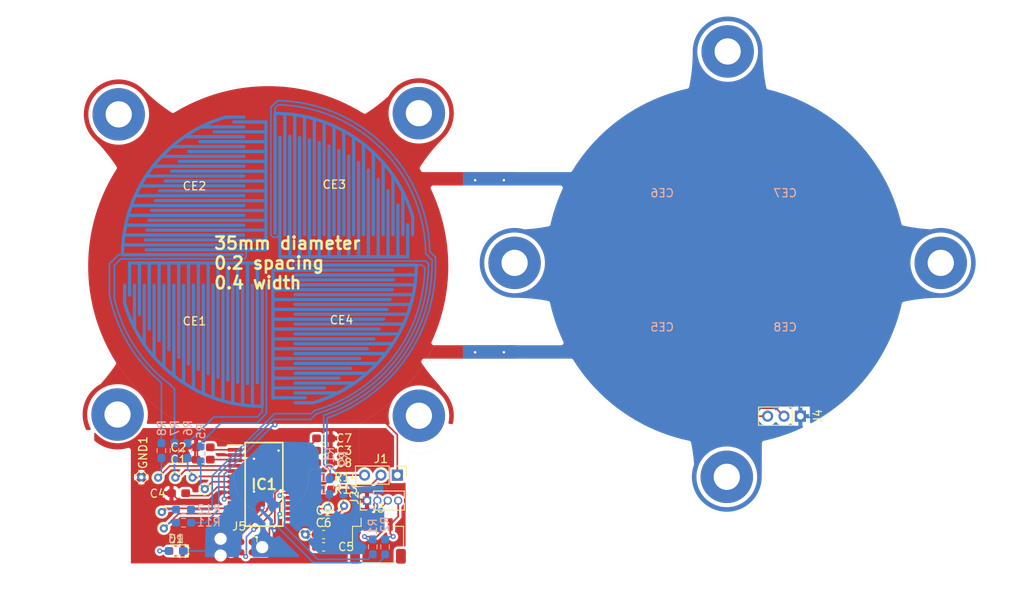
<source format=kicad_pcb>
(kicad_pcb (version 20241229) (generator "pcbnew") (generator_version "9.0")
  (layers (0 "F.Cu" signal) (2 "B.Cu" signal) (13 "F.Paste" user) (15 "B.Paste" user) (5 "F.SilkS" user "F.Silkscreen") (7 "B.SilkS" user "B.Silkscreen") (1 "F.Mask" user) (3 "B.Mask" user) (25 "Edge.Cuts" user))
  (net 0 "")
  (net 1 "Net-(IC1-VCCD)")
  (net 2 "GND")
  (net 3 "VDD")
  (net 4 "Net-(IC1-P5.2)")
  (net 5 "Net-(IC1-P5.3)")
  (net 6 "Net-(IC1-P5.0)")
  (net 7 "Net-(CE1-Pad2)")
  (net 8 "Net-(CE1-Pad1)")
  (net 9 "Net-(CE2-Pad2)")
  (net 10 "Net-(CE2-Pad1)")
  (net 15 "Net-(CE3-Pad1)")
  (net 16 "Net-(CE3-Pad2)")
  (net 17 "Net-(CE4-Pad1)")
  (net 18 "Net-(CE4-Pad2)")
  (net 19 "CAP3B")
  (net 20 "CAP2A")
  (net 21 "Net-(J1-Pin_3)")
  (net 22 "Net-(IC1-P0.1)")
  (net 27 "CAP0B")
  (net 28 "/RESET")
  (net 29 "Net-(IC1-P3.7)")
  (net 30 "CAP0A")
  (net 31 "CAP4A")
  (net 32 "Net-(IC1-P0.0)")
  (net 33 "CAP1A")
  (net 34 "CAP2B")
  (net 35 "CAP4B")
  (net 36 "Net-(IC1-P3.6)")
  (net 37 "CAP1B")
  (net 38 "CAP3A")
  (net 39 "SCL")
  (net 40 "SDA")
  (net 41 "SHIELD")
  (net 42 "Net-(J1-Pin_2)")
  (net 45 "Net-(D1-A)")
  (footprint "ECE382N:04W_02S_COIL_BACK" (layer "F.Cu") (at 186.462915 50.091 180)
    (property "Reference" "CE2")
    (property "Value" "C")
  )
  (footprint "MountingHole:MountingHole_3.2mm_M3_Pad" (layer "F.Cu") (at 216.813046 51.087283)
    (property "Reference" "H8" (hide yes))
    (property "Value" "~")
  )
  (footprint "ECE382N:04W_02S_COIL_BACK" (layer "F.Cu") (at 187.567915 50.341 90)
    (property "Reference" "CE3")
    (property "Value" "C")
  )
  (footprint "Capacitor_SMD:C_0603_1608Metric_Pad1.08x0.95mm_HandSolder" (layer "F.Cu") (at 175.8 79.2 180)
    (property "Reference" "C4")
    (property "Value" "0.1uF")
  )
  (footprint "TestPoint:TestPoint_THTPad_D1.0mm_Drill0.5mm" (layer "F.Cu") (at 177.5 77.3)
    (property "Reference" "TP2" (hide yes))
    (property "Value" "TestPoint")
  )
  (footprint "MountingHole:MountingHole_3.2mm_M3_Pad" (layer "F.Cu") (at 242.822646 25.280883)
    (property "Reference" "H5" (hide yes))
    (property "Value" "~")
  )
  (footprint "LED_SMD:LED_0603_1608Metric" (layer "F.Cu") (at 175.5 86.25 180)
    (property "Reference" "D1")
    (property "Value" "LED")
  )
  (footprint "Resistor_SMD:R_0603_1608Metric_Pad0.98x0.95mm_HandSolder" (layer "F.Cu") (at 193.5 77.25)
    (property "Reference" "R14")
    (property "Value" "560")
  )
  (footprint "Connector_PinHeader_1.27mm:PinHeader_1x04_P1.27mm_Vertical" (layer "F.Cu") (at 198.795 80.1 90)
    (property "Reference" "J2")
    (property "Value" "Conn_01x04")
  )
  (footprint "Capacitor_SMD:C_0603_1608Metric_Pad1.08x0.95mm_HandSolder" (layer "F.Cu") (at 178.8 75.1 180)
    (property "Reference" "C1")
    (property "Value" "0.1uF")
  )
  (footprint "ECE382N:04W_02S_COIL_FRONT" (layer "F.Cu") (at 242.23072 49.976 180)
    (property "Reference" "CE6")
    (property "Value" "C")
  )
  (footprint "Connector_PinHeader_2.00mm:PinHeader_1x03_P2.00mm_Vertical" (layer "F.Cu") (at 251.7 69.8 -90)
    (property "Reference" "J4")
    (property "Value" "Conn_01x03")
  )
  (footprint "TestPoint:TestPoint_THTPad_D1.0mm_Drill0.5mm" (layer "F.Cu") (at 175.4 77.3 180)
    (property "Reference" "TP3" (hide yes))
    (property "Value" "TestPoint")
  )
  (footprint "ECE382N:04W_02S_COIL_FRONT" (layer "F.Cu") (at 243.33572 50.226 90)
    (property "Reference" "CE7")
    (property "Value" "C")
  )
  (footprint "Capacitor_SMD:C_0603_1608Metric_Pad1.08x0.95mm_HandSolder" (layer "F.Cu") (at 193.5 74)
    (property "Reference" "C3")
    (property "Value" "2.2n")
  )
  (footprint "TestPoint:TestPoint_THTPad_D1.0mm_Drill0.5mm" (layer "F.Cu") (at 173.75 81.5 180)
    (property "Reference" "TP8" (hide yes))
    (property "Value" "TestPoint")
  )
  (footprint "MountingHole:MountingHole_3.2mm_M3_Pad" (layer "F.Cu") (at 168.491566 32.958434)
    (property "Reference" "H1" (hide yes))
    (property "Value" "~")
  )
  (footprint "Connector_PinHeader_2.00mm:PinHeader_1x03_P2.00mm_Vertical" (layer "F.Cu") (at 202.5 77 -90)
    (property "Reference" "J1")
    (property "Value" "Conn_01x03")
  )
  (footprint "Connector_JST:JST_SH_SM04B-SRSS-TB_1x04-1MP_P1.00mm_Horizontal" (layer "F.Cu") (at 200.137801 85.026409)
    (property "Reference" "J3")
    (property "Value" "Conn_01x04")
  )
  (footprint "MountingHole:MountingHole_3.2mm_M3_Pad" (layer "F.Cu") (at 268.832246 51.087283)
    (property "Reference" "H6" (hide yes))
    (property "Value" "~")
  )
  (footprint "ECE382N:SOP65P780X200-28N" (layer "F.Cu") (at 186.223505 78.125)
    (property "Reference" "IC1")
    (property "Value" "CY8C4145PVI-PS431" (hide yes))
  )
  (footprint "TestPoint:TestPoint_THTPad_D1.0mm_Drill0.5mm" (layer "F.Cu") (at 173.3 77.3 180)
    (property "Reference" "TP4" (hide yes))
    (property "Value" "TestPoint")
  )
  (footprint "MountingHole:MountingHole_3.2mm_M3_Pad" (layer "F.Cu") (at 205.131046 69.749583)
    (property "Reference" "H4" (hide yes))
    (property "Value" "~")
  )
  (footprint "ECE382N:04W_02S_COIL_BACK" (layer "F.Cu") (at 186.012915 51.102 -90)
    (property "Reference" "CE1")
    (property "Value" "C")
  )
  (footprint "TestPoint:TestPoint_THTPad_D1.0mm_Drill0.5mm" (layer "F.Cu") (at 196 80.75 90)
    (property "Reference" "TP5" (hide yes))
    (property "Value" "TestPoint")
  )
  (footprint "TestPoint:TestPoint_THTPad_D1.0mm_Drill0.5mm" (layer "F.Cu") (at 194 81)
    (property "Reference" "TP6" (hide yes))
    (property "Value" "TestPoint")
  )
  (footprint "ECE382N:04W_02S_COIL_BACK" (layer "F.Cu") (at 187.317915 51.362)
    (property "Reference" "CE4")
    (property "Value" "C")
  )
  (footprint "Capacitor_SMD:C_0603_1608Metric_Pad1.08x0.95mm_HandSolder" (layer "F.Cu") (at 193.5 75.5)
    (property "Reference" "C8")
    (property "Value" "470n")
  )
  (footprint "TestPoint:TestPoint_THTPad_D1.0mm_Drill0.5mm" (layer "F.Cu") (at 174 83.5 180)
    (property "Reference" "TP7" (hide yes))
    (property "Value" "TestPoint")
  )
  (footprint "ECE382N:04W_02S_COIL_FRONT" (layer "F.Cu") (at 243.08572 51.247)
    (property "Reference" "CE8")
    (property "Value" "C")
  )
  (footprint "Connector:Tag-Connect_TC2030-IDC-NL_2x03_P1.27mm_Vertical" (layer "F.Cu") (at 183.46 85.785 180)
    (property "Reference" "J5")
    (property "Value" "Conn_ARM_SWD_TagConnect_TC2030-NL")
  )
  (footprint "TestPoint:TestPoint_THTPad_D1.0mm_Drill0.5mm" (layer "F.Cu") (at 191.25 84.25 180)
    (property "Reference" "VDDD1" (hide yes))
    (property "Value" "TestPoint")
  )
  (footprint "ECE382N:04W_02S_COIL_FRONT" (layer "F.Cu") (at 241.78072 50.987 -90)
    (property "Reference" "CE5")
    (property "Value" "C")
  )
  (footprint "Capacitor_SMD:C_0603_1608Metric_Pad1.08x0.95mm_HandSolder" (layer "F.Cu") (at 193.5 85.75)
    (property "Reference" "C5")
    (property "Value" "470n")
  )
  (footprint "MountingHole:MountingHole_3.2mm_M3_Pad" (layer "F.Cu") (at 168.347876 69.597883)
    (property "Reference" "H3" (hide yes))
    (property "Value" "~")
  )
  (footprint "MountingHole:MountingHole_3.2mm_M3_Pad" (layer "F.Cu") (at 242.715396 77.204133)
    (property "Reference" "H7" (hide yes))
    (property "Value" "~")
  )
  (footprint "TestPoint:TestPoint_THTPad_D1.0mm_Drill0.5mm" (layer "F.Cu") (at 171.25 77.25 -90)
    (property "Reference" "GND1")
    (property "Value" "TestPoint")
  )
  (footprint "Resistor_SMD:R_0603_1608Metric_Pad0.98x0.95mm_HandSolder" (layer "F.Cu") (at 193.5 78.75)
    (property "Reference" "R13")
    (property "Value" "560")
  )
  (footprint "Capacitor_SMD:C_0603_1608Metric_Pad1.08x0.95mm_HandSolder" (layer "F.Cu") (at 193.5 82.75)
    (property "Reference" "C9")
    (property "Value" "0.1uF")
  )
  (footprint "Capacitor_SMD:C_0603_1608Metric_Pad1.08x0.95mm_HandSolder" (layer "F.Cu") (at 178.8 73.6 180)
    (property "Reference" "C2")
    (property "Value" "0.1uF")
  )
  (footprint "Capacitor_SMD:C_0603_1608Metric_Pad1.08x0.95mm_HandSolder" (layer "F.Cu") (at 193.5 72.5)
    (property "Reference" "C7")
    (property "Value" "470n")
  )
  (footprint "Capacitor_SMD:C_0603_1608Metric_Pad1.08x0.95mm_HandSolder" (layer "F.Cu") (at 193.5 84.25)
    (property "Reference" "C6")
    (property "Value" "470n")
  )
  (footprint "MountingHole:MountingHole_3.2mm_M3_Pad" (layer "F.Cu") (at 205.131006 32.814753)
    (property "Reference" "H2" (hide yes))
    (property "Value" "~")
  )
  (footprint "TestPoint:TestPoint_THTPad_D1.0mm_Drill0.5mm" (layer "F.Cu") (at 179 78.7)
    (property "Reference" "TP1" (hide yes))
    (property "Value" "TestPoint")
  )
  (footprint "Resistor_SMD:R_0603_1608Metric_Pad0.98x0.95mm_HandSolder" (layer "B.Cu") (at 176.4 82.8)
    (property "Reference" "R11")
    (property "Value" "560")
  )
  (footprint "Resistor_SMD:R_0603_1608Metric_Pad0.98x0.95mm_HandSolder" (layer "B.Cu") (at 178.5 74.4 90)
    (property "Reference" "R5")
    (property "Value" "560")
  )
  (footprint "Resistor_SMD:R_0603_1608Metric_Pad0.98x0.95mm_HandSolder" (layer "B.Cu") (at 173.7 74 90)
    (property "Reference" "R8")
    (property "Value" "560")
  )
  (footprint "Resistor_SMD:R_0603_1608Metric_Pad0.98x0.95mm_HandSolder" (layer "B.Cu") (at 176.4 81.2)
    (property "Reference" "R12")
    (property "Value" "560")
  )
  (footprint "Resistor_SMD:R_0603_1608Metric_Pad0.98x0.95mm_HandSolder" (layer "B.Cu") (at 176.9 74 90)
    (property "Reference" "R6")
    (property "Value" "560")
  )
  (footprint "Resistor_SMD:R_0603_1608Metric_Pad0.98x0.95mm_HandSolder" (layer "B.Cu") (at 175.5 86.25 180)
    (property "Reference" "R3")
    (property "Value" "560")
  )
  (footprint "Resistor_SMD:R_0603_1608Metric_Pad0.98x0.95mm_HandSolder" (layer "B.Cu") (at 199.5 85.75 90)
    (property "Reference" "R1")
    (property "Value" "560")
  )
  (footprint "Resistor_SMD:R_0603_1608Metric_Pad0.98x0.95mm_HandSolder" (layer "B.Cu") (at 194.2 78.4 90)
    (property "Reference" "R10")
    (property "Value" "560")
  )
  (footprint "Resistor_SMD:R_0603_1608Metric_Pad0.98x0.95mm_HandSolder" (layer "B.Cu") (at 175.3 74 90)
    (property "Reference" "R7")
    (property "Value" "560")
  )
  (footprint "Resistor_SMD:R_0603_1608Metric_Pad0.98x0.95mm_HandSolder" (layer "B.Cu") (at 201 85.75 90)
    (property "Reference" "R2")
    (property "Value" "560")
  )
  (footprint "Resistor_SMD:R_0603_1608Metric_Pad0.98x0.95mm_HandSolder" (layer "B.Cu") (at 195.9 78.4 90)
    (property "Reference" "R9")
    (property "Value" "560")
  )
  (gr_arc (start 241.43 69.567256) (mid 229.891768 65.372352) (end 223.483635 54.900301) (stroke (width 0.2)) (layer "F.Cu") (net 21))
  (gr_arc (start 223.770734 49.484577) (mid 227.983107 38.058235) (end 238.4 31.75) (stroke (width 0.2)) (layer "F.Cu") (net 21))
  (gr_arc (start 243.699965 31.736812) (mid 256.40309 37.032601) (end 261.9 49.65) (stroke (width 0.2)) (layer "F.Cu") (net 21))
  (gr_arc (start 174.773714 65.943) (mid 170.440753 61.277946) (end 167.952995 55.4172) (stroke (width 0.2)) (layer "B.Cu") (net 10))
  (gr_arc (start 205.863053 51.7) (mid 201.993987 62.640438) (end 192.367051 69.120018) (stroke (width 0.2)) (layer "B.Cu") (net 18))
  (gr_arc (start 207.166597 51.155728) (mid 203.591214 62.679511) (end 194 70) (stroke (width 0.2)) (layer "B.Cu") (net 15))
  (gr_arc (start 187.882195 31.286187) (mid 200.876977 36.761217) (end 206.469101 49.70604) (stroke (width 0.2)) (layer "B.Cu") (net 15))
  (gr_arc (start 187.963946 31.797564) (mid 200.635265 37.240356) (end 205.964164 49.96) (stroke (width 0.2)) (layer "B.Cu") (net 16))
  (gr_arc (start 173.3 65.35) (mid 169.504185 60.693143) (end 167.376338 55.074707) (stroke (width 0.2)) (layer "B.Cu") (net 9))
  (gr_arc (start 206.299177 51.353274) (mid 202.486677 62.707486) (end 192.620041 69.497405) (stroke (width 0.2)) (layer "B.Cu") (net 17))
  (gr_arc (start 206.735478 51.155121) (mid 203.151587 62.548483) (end 193.569796 69.678858) (stroke (width 0.2)) (layer "B.Cu") (net 16))
  (gr_arc (start 208.766824 56.123035) (mid 204.854234 64.641913) (end 197.784146 70.797682) (stroke (width 0.008)) (layer "F.SilkS"))
  (gr_arc (start 182.464917 73.10369) (mid 174.257781 69.560132) (end 168.103842 63.076083) (stroke (width 0.008)) (layer "F.SilkS"))
  (gr_line (start 197.784146 70.797682) (end 197.784146 76.284083) (stroke (width 0.008)) (layer "F.SilkS"))
  (gr_line (start 197.784146 76.284083) (end 191.814195 76.284083) (stroke (width 0.008)) (layer "F.SilkS"))
  (gr_line (start 191.676799 77.182719) (end 191.814195 76.284083) (stroke (width 0.008)) (layer "F.SilkS"))
  (gr_arc (start 191.676799 77.182719) (mid 186.3339 81.703965) (end 182.815522 75.653404) (stroke (width 0.008)) (layer "F.SilkS"))
  (gr_arc (start 182.464917 73.10369) (mid 182.678102 74.373338) (end 182.815522 75.653404) (stroke (width 0.008)) (layer "F.SilkS"))
  (gr_arc (start 216.813046 55.653635) (mid 212.2889 50.467868) (end 218.040426 46.688975) (stroke (width 0.008)) (layer "Edge.Cuts"))
  (gr_line (start 206.966778 60.840883) (end 222.487259 60.840883) (stroke (width 0.008)) (layer "Edge.Cuts"))
  (gr_arc (start 165.262667 36.187333) (mid 166.696577 37.771834) (end 167.965653 39.49119) (stroke (width 0.008)) (layer "Edge.Cuts"))
  (gr_arc (start 222.487259 60.840883) (mid 221.529753 58.483548) (end 220.847236 56.032423) (stroke (width 0.008)) (layer "Edge.Cuts"))
  (gr_line (start 203.808246 88.069683) (end 203.808246 74.120137) (stroke (width 0.008)) (layer "Edge.Cuts"))
  (gr_arc (start 175.107991 32.487779) (mid 173.343807 31.195145) (end 171.720464 29.729536) (stroke (width 0.008)) (layer "Edge.Cuts"))
  (gr_arc (start 238.256294 25.280883) (mid 242.822646 20.714531) (end 247.388998 25.280883) (stroke (width 0.008)) (layer "Edge.Cuts"))
  (gr_line (start 208.344731 66.505547) (end 207.806458 65.772968) (stroke (width 0.008)) (layer "Edge.Cuts"))
  (gr_arc (start 247.281699 77.182719) (mid 241.9388 81.703965) (end 238.420422 75.653404) (stroke (width 0.008)) (layer "Edge.Cuts"))
  (gr_arc (start 267.604866 46.688975) (mid 273.356392 50.467868) (end 268.832246 55.653635) (stroke (width 0.008)) (layer "Edge.Cuts"))
  (gr_arc (start 223.583609 39.708083) (mid 229.665648 33.160005) (end 237.831414 29.528363) (stroke (width 0.008)) (layer "Edge.Cuts"))
  (gr_arc (start 220.895547 46.331918) (mid 219.473982 46.558391) (end 218.040426 46.688975) (stroke (width 0.008)) (layer "Edge.Cuts"))
  (gr_arc (start 264.371724 56.123035) (mid 266.58967 55.771307) (end 268.832246 55.653635) (stroke (width 0.008)) (layer "Edge.Cuts"))
  (gr_arc (start 216.813046 55.653635) (mid 218.839013 55.748539) (end 220.847236 56.032423) (stroke (width 0.008)) (layer "Edge.Cuts"))
  (gr_arc (start 205.537759 39.52963) (mid 205.594166 39.618724) (end 205.65015 39.708083) (stroke (width 0.008)) (layer "Edge.Cuts"))
  (gr_arc (start 267.604866 46.688975) (mid 265.955471 46.530284) (end 264.323254 46.244706) (stroke (width 0.008)) (layer "Edge.Cuts"))
  (gr_arc (start 175.107991 32.487779) (mid 186.826148 29.211232) (end 198.518452 32.57887) (stroke (width 0.008)) (layer "Edge.Cuts"))
  (gr_line (start 247.3 73.100001) (end 247.281698 77.182719) (stroke (width 0.008)) (layer "Edge.Cuts"))
  (gr_line (start 169.670646 73.968446) (end 169.670646 88.069683) (stroke (width 0.008)) (layer "Edge.Cuts"))
  (gr_arc (start 238.256294 25.280883) (mid 238.149809 27.415222) (end 237.831414 29.528363) (stroke (width 0.008)) (layer "Edge.Cuts"))
  (gr_arc (start 201.153049 30.572566) (mid 207.892066 29.177708) (end 208.359909 36.043649) (stroke (width 0.008)) (layer "Edge.Cuts"))
  (gr_arc (start 247.833969 29.626599) (mid 247.500531 27.465102) (end 247.388998 25.280883) (stroke (width 0.008)) (layer "Edge.Cuts"))
  (gr_arc (start 207.806458 65.772968) (mid 206.71664 64.502747) (end 205.729285 63.151349) (stroke (width 0.008)) (layer "Edge.Cuts"))
  (gr_line (start 223.708742 63.076083) (end 205.775282 63.076083) (stroke (width 0.008)) (layer "Edge.Cuts"))
  (gr_arc (start 201.153049 30.572566) (mid 199.874538 31.626653) (end 198.518452 32.57887) (stroke (width 0.008)) (layer "Edge.Cuts"))
  (gr_arc (start 205.775282 63.076083) (mid 205.752322 63.113739) (end 205.729285 63.151349) (stroke (width 0.008)) (layer "Edge.Cuts"))
  (gr_arc (start 205.537759 39.52963) (mid 206.857374 37.712596) (end 208.359909 36.043649) (stroke (width 0.008)) (layer "Edge.Cuts"))
  (gr_line (start 205.65015 39.708083) (end 223.583609 39.708083) (stroke (width 0.008)) (layer "Edge.Cuts"))
  (gr_arc (start 264.371724 56.123035) (mid 258.32079 67.110315) (end 247.3 73.1) (stroke (width 0.008)) (layer "Edge.Cuts"))
  (gr_arc (start 238.069817 73.10369) (mid 229.862681 69.560132) (end 223.708742 63.076083) (stroke (width 0.008)) (layer "Edge.Cuts"))
  (gr_arc (start 208.344731 66.505547) (mid 209.053974 72.086716) (end 203.808246 74.120137) (stroke (width 0.008)) (layer "Edge.Cuts"))
  (gr_arc (start 238.069817 73.10369) (mid 238.283002 74.373338) (end 238.420422 75.653404) (stroke (width 0.008)) (layer "Edge.Cuts"))
  (gr_line (start 222.392107 41.943283) (end 206.871633 41.943283) (stroke (width 0.008)) (layer "Edge.Cuts"))
  (gr_arc (start 206.871633 41.943283) (mid 209.021783 51.381497) (end 206.966778 60.840883) (stroke (width 0.008)) (layer "Edge.Cuts"))
  (gr_arc (start 220.895547 46.331918) (mid 221.529363 44.098566) (end 222.392107 41.943283) (stroke (width 0.008)) (layer "Edge.Cuts"))
  (gr_arc (start 169.670646 73.968446) (mid 164.148379 71.391131) (end 166.105697 65.619918) (stroke (width 0.008)) (layer "Edge.Cuts"))
  (gr_line (start 169.670646 88.069683) (end 203.808246 88.069683) (stroke (width 0.008)) (layer "Edge.Cuts"))
  (gr_arc (start 165.262667 36.187333) (mid 165.262667 29.729535) (end 171.720464 29.729536) (stroke (width 0.008)) (layer "Edge.Cuts"))
  (gr_arc (start 167.872095 63.348564) (mid 164.456998 51.406301) (end 167.965653 39.49119) (stroke (width 0.008)) (layer "Edge.Cuts"))
  (gr_arc (start 167.872095 63.348564) (mid 167.027037 64.513902) (end 166.105697 65.619918) (stroke (width 0.008)) (layer "Edge.Cuts"))
  (gr_arc (start 247.833969 29.626599) (mid 258.436826 35.595719) (end 264.323254 46.244706) (stroke (width 0.008)) (layer "Edge.Cuts"))
  (gr_text "35mm diameter\n0.2 spacing\n0.4 width" (at 179.98 54.4 0) (layer "F.SilkS") (effects (font (size 1.5 1.5) (thickness 0.3) (bold yes)) (justify left bottom)))
  (segment (start 180.1 73.9) (end 182.685505 73.9) (width 0.2) (layer "F.Cu") (net 1))
  (segment (start 182.685505 79.1) (end 180.432786 79.1) (width 0.2) (layer "F.Cu") (net 2))
  (segment (start 198.795 82.86921) (end 198.637801 83.026409) (width 0.2) (layer "F.Cu") (net 2))
  (segment (start 198.795 80.1) (end 198.795 82.86921) (width 0.2) (layer "F.Cu") (net 2))
  (segment (start 201.524 78.274) (end 201.524 74.524) (width 0.2) (layer "F.Cu") (net 2))
  (segment (start 180.432786 79.1) (end 179.556786 79.976) (width 0.2) (layer "F.Cu") (net 2))
  (segment (start 179.556786 79.976) (end 175.713499 79.976) (width 0.2) (layer "F.Cu") (net 2))
  (segment (start 175.713499 79.976) (end 174.937499 79.2) (width 0.2) (layer "F.Cu") (net 2))
  (segment (start 203.407246 79.157246) (end 203.407246 81.5) (width 0.2) (layer "F.Cu") (net 2))
  (segment (start 185 74) (end 186 74) (width 0.2) (layer "F.Cu") (net 2))
  (segment (start 182.685505 74.55) (end 184.45 74.55) (width 0.2) (layer "F.Cu") (net 2))
  (segment (start 184.45 74.55) (end 185 74) (width 0.2) (layer "F.Cu") (net 2))
  (via (at 186 81) (size 0.6) (drill 0.3) (layers "F.Cu" "B.Cu") (net 2))
  (via (at 187.484285 83.765715) (size 0.6) (drill 0.3) (layers "F.Cu" "B.Cu") (net 2))
  (segment (start 187.109285 83.390715) (end 187.109285 82.509285) (width 0.4) (layer "B.Cu") (net 2))
  (segment (start 187.109285 82.509285) (end 186 81.4) (width 0.4) (layer "B.Cu") (net 2))
  (segment (start 186 81.4) (end 186 81) (width 0.4) (layer "B.Cu") (net 2))
  (segment (start 187.484285 83.765715) (end 187.109285 83.390715) (width 0.4) (layer "B.Cu") (net 2))
  (segment (start 192.2375 82.35) (end 192.6375 82.75) (width 0.2) (layer "F.Cu") (net 3))
  (segment (start 182.685505 75.2) (end 184.8 75.2) (width 0.2) (layer "F.Cu") (net 3))
  (segment (start 182.585505 75.1) (end 182.685505 75.2) (width 0.2) (layer "F.Cu") (net 3))
  (segment (start 179.464686 79.501) (end 180.515686 78.45) (width 0.2) (layer "F.Cu") (net 3))
  (segment (start 179.6625 75.1) (end 181 75.1) (width 0.2) (layer "F.Cu") (net 3))
  (segment (start 176.963501 79.501) (end 179.464686 79.501) (width 0.2) (layer "F.Cu") (net 3))
  (segment (start 181 75.1) (end 182.585505 75.1) (width 0.2) (layer "F.Cu") (net 3))
  (segment (start 184.45 78.45) (end 185 79) (width 0.2) (layer "F.Cu") (net 3))
  (segment (start 180.515686 78.45) (end 182.685505 78.45) (width 0.2) (layer "F.Cu") (net 3))
  (segment (start 189.761505 82.35) (end 192.2375 82.35) (width 0.2) (layer "F.Cu") (net 3))
  (segment (start 189.761505 73.9) (end 188.1 73.9) (width 0.2) (layer "F.Cu") (net 3))
  (segment (start 200.065 80.1) (end 199.637801 80.527199) (width 0.2) (layer "F.Cu") (net 3))
  (segment (start 188.1 73.9) (end 188 74) (width 0.2) (layer "F.Cu") (net 3))
  (segment (start 185.340317 84.586748) (end 184.777065 85.15) (width 0.2) (layer "F.Cu") (net 3))
  (segment (start 199.637801 83.026409) (end 199.637801 81.5) (width 0.2) (layer "F.Cu") (net 3))
  (segment (start 176.662501 79.2) (end 176.963501 79.501) (width 0.2) (layer "F.Cu") (net 3))
  (segment (start 184.777065 85.15) (end 184.73 85.15) (width 0.2) (layer "F.Cu") (net 3))
  (segment (start 191.25 84.25) (end 192.637499 84.25) (width 0.2) (layer "F.Cu") (net 3))
  (segment (start 182.685505 78.45) (end 184.45 78.45) (width 0.2) (layer "F.Cu") (net 3))
  (segment (start 184.8 75.2) (end 185 75) (width 0.2) (layer "F.Cu") (net 3))
  (segment (start 199.637801 80.527199) (end 199.637801 81.5) (width 0.2) (layer "F.Cu") (net 3))
  (segment (start 192.637499 85.75) (end 192.6375 82.75) (width 0.2) (layer "F.Cu") (net 3))
  (via (at 185 75) (size 0.6) (drill 0.3) (layers "F.Cu" "B.Cu") (net 3))
  (via (at 199.637801 81.5) (size 0.6) (drill 0.3) (layers "F.Cu" "B.Cu") (net 3))
  (via (at 185.340317 84.586748) (size 0.6) (drill 0.3) (layers "F.Cu" "B.Cu") (net 3))
  (via (at 185 79) (size 0.6) (drill 0.3) (layers "F.Cu" "B.Cu") (net 3))
  (via (at 188 74) (size 0.6) (drill 0.3) (layers "F.Cu" "B.Cu") (net 3))
  (segment (start 200.065 80.1) (end 200.065 80.935) (width 0.2) (layer "B.Cu") (net 3))
  (segment (start 200 81) (end 199.5 81.5) (width 0.2) (layer "B.Cu") (net 3))
  (segment (start 200.065 80.935) (end 200 81) (width 0.2) (layer "B.Cu") (net 3))
  (segment (start 200.065 80.1) (end 200.065 78.565) (width 0.2) (layer "B.Cu") (net 3))
  (segment (start 176.4125 86.25) (end 179.25 86.25) (width 0.2) (layer "B.Cu") (net 3))
  (segment (start 192.2 73.737499) (end 190.737499 75.2) (width 0.2) (layer "F.Cu") (net 4))
  (segment (start 190.737499 75.2) (end 189.761505 75.2) (width 0.2) (layer "F.Cu") (net 4))
  (segment (start 189.761505 74.55) (end 189.812505 74.601) (width 0.2) (layer "F.Cu") (net 5))
  (segment (start 190.649 74.601) (end 192.637499 72.612501) (width 0.2) (layer "F.Cu") (net 5))
  (segment (start 192.637499 72.612501) (end 192.637499 72.5) (width 0.2) (layer "F.Cu") (net 5))
  (segment (start 189.812505 74.601) (end 190.649 74.601) (width 0.2) (layer "F.Cu") (net 5))
  (segment (start 191.987499 75.85) (end 189.761505 75.85) (width 0.2) (layer "F.Cu") (net 6))
  (segment (start 192.4 75.437499) (end 191.987499 75.85) (width 0.2) (layer "F.Cu") (net 6))
  (segment (start 180.0875 69.9) (end 176.9 73.0875) (width 0.2) (layer "B.Cu") (net 7))
  (segment (start 186.012915 61.402) (end 186.012915 68.687085) (width 0.2) (layer "B.Cu") (net 7))
  (segment (start 186.012915 61.202) (end 186.012915 69.287085) (width 0.2) (layer "B.Cu") (net 7))
  (segment (start 186.012915 69.287085) (end 185.4 69.9) (width 0.2) (layer "B.Cu") (net 7))
  (segment (start 185.4 69.9) (end 180.0875 69.9) (width 0.2) (layer "B.Cu") (net 7))
  (segment (start 185.412915 53.83213) (end 185.412915 58.497) (width 0.2) (layer "B.Cu") (net 8))
  (segment (start 185.35 70.65) (end 186.513915 69.486085) (width 0.2) (layer "B.Cu") (net 8))
  (segment (start 186.281785 53.501) (end 185.744045 53.501) (width 0.2) (layer "B.Cu") (net 8))
  (segment (start 186.513915 53.73313) (end 186.281785 53.501) (width 0.2) (layer "B.Cu") (net 8))
  (segment (start 186.513915 69.486085) (end 186.513915 53.73313) (width 0.2) (layer "B.Cu") (net 8))
  (segment (start 178.525 73.075) (end 180.95 70.65) (width 0.2) (layer "B.Cu") (net 8))
  (segment (start 185.744045 53.501) (end 185.412915 53.83213) (width 0.2) (layer "B.Cu") (net 8))
  (segment (start 178.5 73.075) (end 178.525 73.075) (width 0.2) (layer "B.Cu") (net 8))
  (segment (start 180.95 70.65) (end 185.35 70.65) (width 0.2) (layer "B.Cu") (net 8))
  (segment (start 167.35 51.203915) (end 167.35 55.048369) (width 0.2) (layer "B.Cu") (net 9))
  (segment (start 170.65 50.1) (end 169.717815 50.1) (width 0.2) (layer "B.Cu") (net 9))
  (segment (start 171.012057 50.091) (end 170.679857 50.091) (width 0.2) (layer "B.Cu") (net 9))
  (segment (start 173.3 65.35) (end 173.7 65.75) (width 0.2) (layer "B.Cu") (net 9))
  (segment (start 168.462915 50.091) (end 167.35 51.203915) (width 0.2) (layer "B.Cu") (net 9))
  (segment (start 169.717815 50.1) (end 169.385615 50.1) (width 0.2) (layer "B.Cu") (net 9))
  (segment (start 167.35 55.048369) (end 167.376338 55.074707) (width 0.2) (layer "B.Cu") (net 9))
  (segment (start 170.407157 50.091) (end 176.662915 50.091) (width 0.2) (layer "B.Cu") (net 9))
  (segment (start 176.362915 50.091) (end 168.462915 50.091) (width 0.2) (layer "B.Cu") (net 9))
  (segment (start 173.7 65.75) (end 173.7 73.0875) (width 0.2) (layer "B.Cu") (net 9))
  (segment (start 183.823785 50.6) (end 184.063915 50.35987) (width 0.2) (layer "B.Cu") (net 10))
  (segment (start 167.952995 51.39482) (end 167.952995 55.4172) (width 0.2) (layer "B.Cu") (net 10))
  (segment (start 168.747815 50.6) (end 183.823785 50.6) (width 0.2) (layer "B.Cu") (net 10))
  (segment (start 167.952995 51.39482) (end 168.747815 50.6) (width 0.2) (layer "B.Cu") (net 10))
  (segment (start 184.063915 50.35987) (end 184.063915 49.82213) (width 0.2) (layer "B.Cu") (net 10))
  (segment (start 175.3 66.469286) (end 175.3 73.0875) (width 0.2) (layer "B.Cu") (net 10))
  (segment (start 174.773714 65.943) (end 175.3 66.469286) (width 0.2) (layer "B.Cu") (net 10))
  (segment (start 184.063915 49.82213) (end 183.732785 49.491) (width 0.2) (layer "B.Cu") (net 10))
  (segment (start 183.732785 49.491) (end 179.067915 49.491) (width 0.2) (layer "B.Cu") (net 10))
  (segment (start 188.167915 47.61087) (end 188.167915 42.946) (width 0.2) (layer "B.Cu") (net 15))
  (segment (start 195.9 77.4875) (end 193.9125 75.5) (width 0.2) (layer "B.Cu") (net 15))
  (segment (start 206.469101 49.70604) (end 207.166597 50.403536) (width 0.2) (layer "B.Cu") (net 15))
  (segment (start 187.066915 32.101467) (end 187.066915 47.70987) (width 0.2) (layer "B.Cu") (net 15))
  (segment (start 207.166597 50.403536) (end 207.166597 51.155728) (width 0.2) (layer "B.Cu") (net 15))
  (segment (start 187.836785 47.942) (end 188.167915 47.61087) (width 0.2) (layer "B.Cu") (net 15))
  (segment (start 187.882195 31.286187) (end 187.066915 32.101467) (width 0.2) (layer "B.Cu") (net 15))
  (segment (start 193.9125 70.0875) (end 194 70) (width 0.2) (layer "B.Cu") (net 15))
  (segment (start 187.299045 47.942) (end 187.836785 47.942) (width 0.2) (layer "B.Cu") (net 15))
  (segment (start 187.066915 47.70987) (end 187.299045 47.942) (width 0.2) (layer "B.Cu") (net 15))
  (segment (start 193.9125 75.5) (end 193.9125 70.0875) (width 0.2) (layer "B.Cu") (net 15))
  (segment (start 193.5115 75.6661) (end 194.3 76.4546) (width 0.2) (layer "B.Cu") (net 16))
  (segment (start 193.5115 69.737154) (end 193.5115 70.9885) (width 0.2) (layer "B.Cu") (net 16))
  (segment (start 193.5115 71) (end 193.5115 75.6661) (width 0.2) (layer "B.Cu") (net 16))
  (segment (start 193.5115 70.9885) (end 193.5 71) (width 0.2) (layer "B.Cu") (net 16))
  (segment (start 205.964164 49.96) (end 206.735478 50.731314) (width 0.2) (layer "B.Cu") (net 16))
  (segment (start 187.963946 31.797564) (end 187.954759 31.797564) (width 0.2) (layer "B.Cu") (net 16))
  (segment (start 193.569796 69.678858) (end 193.5115 69.737154) (width 0.2) (layer "B.Cu") (net 16))
  (segment (start 194.3 76.4546) (end 194.3 77.3875) (width 0.2) (layer "B.Cu") (net 16))
  (segment (start 187.567915 32.193595) (end 187.963946 31.797564) (width 0.2) (layer "B.Cu") (net 16))
  (segment (start 187.567915 40.241) (end 187.567915 32.193595) (width 0.2) (layer "B.Cu") (net 16))
  (segment (start 206.735478 50.731314) (end 206.735478 51.155121) (width 0.2) (layer "B.Cu") (net 16))
  (segment (start 194.3 77.3875) (end 194.2 77.4875) (width 0.2) (layer "B.Cu") (net 16))
  (segment (start 193.5 71) (end 193.5115 71) (width 0.2) (layer "B.Cu") (net 16))
  (segment (start 179.1 82.8) (end 177.3125 82.8) (width 0.2) (layer "B.Cu") (net 17))
  (segment (start 189.949045 50.861) (end 205.986916 50.861) (width 0.2) (layer "B.Cu") (net 17))
  (segment (start 190.048045 51.962) (end 189.716915 51.63087) (width 0.2) (layer "B.Cu") (net 17))
  (segment (start 205.986916 50.861) (end 206.299177 51.173261) (width 0.2) (layer "B.Cu") (net 17))
  (segment (start 206.299177 51.173261) (end 206.299177 51.353274) (width 0.2) (layer "B.Cu") (net 17))
  (segment (start 187.374754 70.192346) (end 180.7 76.8671) (width 0.2) (layer "B.Cu") (net 17))
  (segment (start 192.620041 69.497405) (end 191.9251 70.192346) (width 0.2) (layer "B.Cu") (net 17))
  (segment (start 180.7 76.8671) (end 180.7 81.2) (width 0.2) (layer "B.Cu") (net 17))
  (segment (start 189.716915 51.09313) (end 189.949045 50.861) (width 0.2) (layer "B.Cu") (net 17))
  (segment (start 180.7 81.2) (end 179.1 82.8) (width 0.2) (layer "B.Cu") (net 17))
  (segment (start 189.716915 51.63087) (end 189.716915 51.09313) (width 0.2) (layer "B.Cu") (net 17))
  (segment (start 191.9251 70.192346) (end 187.374754 70.192346) (width 0.2) (layer "B.Cu") (net 17))
  (segment (start 194.712915 51.962) (end 190.048045 51.962) (width 0.2) (layer "B.Cu") (net 17))
  (segment (start 179.9 81.2) (end 177.3125 81.2) (width 0.2) (layer "B.Cu") (net 18))
  (segment (start 197.417915 51.362) (end 205.525053 51.362) (width 0.2) (layer "B.Cu") (net 18))
  (segment (start 191.992115 69.492115) (end 187.507885 69.492115) (width 0.2) (layer "B.Cu") (net 18))
  (segment (start 187.507885 69.492115) (end 179.9 77.1) (width 0.2) (layer "B.Cu") (net 18))
  (segment (start 179.9 77.1) (end 179.9 81.2) (width 0.2) (layer "B.Cu") (net 18))
  (segment (start 192.366431 69.117799) (end 191.992115 69.492115) (width 0.2) (layer "B.Cu") (net 18))
  (segment (start 205.525053 51.362) (end 205.863053 51.7) (width 0.2) (layer "B.Cu") (net 18))
  (segment (start 189.761505 81.05) (end 189.812505 81.101) (width 0.2) (layer "F.Cu") (net 19))
  (segment (start 193.899 81.101) (end 194 81) (width 0.2) (layer "F.Cu") (net 19))
  (segment (start 189.761505 81.174) (end 189.761505 81.05) (width 0.2) (layer "F.Cu") (net 19))
  (segment (start 189.812505 81.101) (end 193.899 81.101) (width 0.2) (layer "F.Cu") (net 19))
  (segment (start 194.2 80.8) (end 194 81) (width 0.2) (layer "B.Cu") (net 19))
  (segment (start 194.2 79.3125) (end 194.2 80.8) (width 0.2) (layer "B.Cu") (net 19))
  (segment (start 176.624 76.376) (end 175.6 77.4) (width 0.2) (layer "F.Cu") (net 20))
  (segment (start 182.685505 76.5) (end 182.561505 76.376) (width 0.2) (layer "F.Cu") (net 20))
  (segment (start 182.561505 76.376) (end 176.624 76.376) (width 0.2) (layer "F.Cu") (net 20))
  (segment (start 175.3 77.1) (end 175.6 77.4) (width 0.2) (layer "B.Cu") (net 20))
  (segment (start 175.3 74.9125) (end 175.3 77.1) (width 0.2) (layer "B.Cu") (net 20))
  (segment (start 223.770734 49.484577) (end 223.770734 50.4) (width 0.2) (layer "F.Cu") (net 21))
  (segment (start 194.9125 77) (end 194.4125 77.5) (width 0.2) (layer "F.Cu") (net 21))
  (segment (start 223.5 50.670734) (end 223.5 54.88503) (width 0.2) (layer "F.Cu") (net 21))
  (segment (start 241.422744 69.567256) (end 241.78072 69.20928) (width 0.2) (layer "F.Cu") (net 21))
  (segment (start 241.78072 69.042) (end 242.53872 69.8) (width 0.2) (layer "F.Cu") (net 21))
  (segment (start 261.9 49.65) (end 260.303 51.247) (width 0.2) (layer "F.Cu") (net 21))
  (segment (start 223.770734 50.4) (end 223.5 50.670734) (width 0.2) (layer "F.Cu") (net 21))
  (segment (start 243.33572 40.126) (end 243.33572 32.101057) (width 0.2) (layer "F.Cu") (net 21))
  (segment (start 243.35546 31.75) (end 243.684018 31.75) (width 0.2) (layer "F.Cu") (net 21))
  (segment (start 198.5 77) (end 194.9125 77) (width 0.2) (layer "F.Cu") (net 21))
  (segment (start 260.303 51.247) (end 253.38572 51.247) (width 0.2) (layer "F.Cu") (net 21))
  (segment (start 241.78072 61.287) (end 241.78072 69.042) (width 0.2) (layer "F.Cu") (net 21))
  (segment (start 242.53872 69.8) (end 247.7 69.8) (width 0.2) (layer "F.Cu") (net 21))
  (segment (start 232.13072 49.976) (end 231.714 49.976) (width 0.2) (layer "F.Cu") (net 21))
  (segment (start 223.770734 50.4) (end 224.194734 49.976) (width 0.2) (layer "F.Cu") (net 21))
  (segment (start 243.33572 32.101057) (end 243.699965 31.736812) (width 0.2) (layer "F.Cu") (net 21))
  (segment (start 241.78072 69.20928) (end 241.78072 69.042) (width 0.2) (layer "F.Cu") (net 21))
  (segment (start 243.35546 31.75) (end 238.4 31.75) (width 0.2) (layer "F.Cu") (net 21))
  (segment (start 224.194734 49.976) (end 232.13072 49.976) (width 0.2) (layer "F.Cu") (net 21))
  (segment (start 187.151 78.849) (end 188.2 77.8) (width 0.2) (layer "F.Cu") (net 22))
  (segment (start 188.2 77.8) (end 189.761505 77.8) (width 0.2) (layer "F.Cu") (net 22))
  (segment (start 184.975 83.625) (end 185.13 83.47) (width 0.2) (layer "F.Cu") (net 22))
  (segment (start 185.13 83.47) (end 185.33 83.47) (width 0.2) (layer "F.Cu") (net 22))
  (segment (start 187.151 81.649) (end 187.151 78.849) (width 0.2) (layer "F.Cu") (net 22))
  (segment (start 185.33 83.47) (end 187.151 81.649) (width 0.2) (layer "F.Cu") (net 22))
  (segment (start 183.993552 86.926308) (end 183.737244 86.67) (width 0.2) (layer "F.Cu") (net 22))
  (via (at 183.993552 86.926308) (size 0.6) (drill 0.3) (layers "F.Cu" "B.Cu") (net 22))
  (via (at 184.975 83.625) (size 0.6) (drill 0.3) (layers "F.Cu" "B.Cu") (net 22))
  (segment (start 184.975 83.625) (end 184.07737 84.52263) (width 0.2) (layer "B.Cu") (net 22))
  (segment (start 184.07737 86.914564) (end 184.065626 86.926308) (width 0.2) (layer "B.Cu") (net 22))
  (segment (start 184.07737 84.52263) (end 184.07737 86.914564) (width 0.2) (layer "B.Cu") (net 22))
  (segment (start 184.065626 86.926308) (end 183.993552 86.926308) (width 0.2) (layer "B.Cu") (net 22))
  (segment (start 192.5875 77.5) (end 192.2375 77.15) (width 0.2) (layer "F.Cu") (net 27))
  (segment (start 192.2375 77.15) (end 189.761505 77.15) (width 0.2) (layer "F.Cu") (net 27))
  (segment (start 186.75 78.447005) (end 188.697005 76.5) (width 0.2) (layer "F.Cu") (net 28))
  (segment (start 186.099 81.601) (end 186.248943 81.601) (width 0.2) (layer "F.Cu") (net 28))
  (segment (start 183.47637 84.22363) (end 186.099 81.601) (width 0.2) (layer "F.Cu") (net 28))
  (segment (start 186.601 81.248943) (end 186.601 81.099) (width 0.2) (layer "F.Cu") (net 28))
  (segment (start 183.47637 84.971573) (end 183.47637 84.22363) (width 0.2) (layer "F.Cu") (net 28))
  (segment (start 186.75 80.95) (end 186.75 78.447005) (width 0.2) (layer "F.Cu") (net 28))
  (segment (start 183.47 85.03) (end 183.502399 84.997601) (width 0.2) (layer "F.Cu") (net 28))
  (segment (start 183.47 85.4) (end 183.47 85.03) (width 0.2) (layer "F.Cu") (net 28))
  (segment (start 188.697005 76.5) (end 189.761505 76.5) (width 0.2) (layer "F.Cu") (net 28))
  (segment (start 183.502399 84.997601) (end 183.47637 84.971573) (width 0.2) (layer "F.Cu") (net 28))
  (segment (start 186.248943 81.601) (end 186.601 81.248943) (width 0.2) (layer "F.Cu") (net 28))
  (segment (start 186.601 81.099) (end 186.75 80.95) (width 0.2) (layer "F.Cu") (net 28))
  (segment (start 189.711505 79.15) (end 189.761505 79.1) (width 0.2) (layer "F.Cu") (net 29))
  (segment (start 188.152 79.499472) (end 188.501472 79.15) (width 0.2) (layer "F.Cu") (net 29))
  (segment (start 188.501472 79.15) (end 189.711505 79.15) (width 0.2) (layer "F.Cu") (net 29))
  (via (at 188.152 79.499472) (size 0.6) (drill 0.3) (layers "F.Cu" "B.Cu") (net 29))
  (segment (start 188.448528 79.446585) (end 188.753 79.751057) (width 0.2) (layer "B.Cu") (net 29))
  (segment (start 188.204887 79.446585) (end 188.448528 79.446585) (width 0.2) (layer "B.Cu") (net 29))
  (segment (start 192.767683 87.267683) (end 197.482317 87.267683) (width 0.2) (layer "B.Cu") (net 29))
  (segment (start 188.753 83.247) (end 188.75 83.25) (width 0.2) (layer "B.Cu") (net 29))
  (segment (start 197.482317 87.267683) (end 197.5 87.25) (width 0.2) (layer "B.Cu") (net 29))
  (segment (start 188.75 83.25) (end 192.767683 87.267683) (width 0.2) (layer "B.Cu") (net 29))
  (segment (start 199 87.1625) (end 199.5 86.6625) (width 0.2) (layer "B.Cu") (net 29))
  (segment (start 197.5 87.25) (end 199 87.25) (width 0.2) (layer "B.Cu") (net 29))
  (segment (start 188.152 79.499472) (end 188.204887 79.446585) (width 0.2) (layer "B.Cu") (net 29))
  (segment (start 188.753 79.751057) (end 188.753 83.247) (width 0.2) (layer "B.Cu") (net 29))
  (segment (start 199 87.25) (end 199 87.1625) (width 0.2) (layer "B.Cu") (net 29))
  (segment (start 190.9375 80.4) (end 189.761505 80.4) (width 0.2) (layer "F.Cu") (net 30))
  (segment (start 192.327298 79.010202) (end 190.9375 80.4) (width 0.2) (layer "F.Cu") (net 30))
  (segment (start 192.59482 79.010202) (end 192.327298 79.010202) (width 0.2) (layer "F.Cu") (net 30))
  (segment (start 182.685505 81.7) (end 175.8 81.7) (width 0.2) (layer "F.Cu") (net 31))
  (segment (start 175.8 81.7) (end 174 83.5) (width 0.2) (layer "F.Cu") (net 31))
  (segment (start 174.7 82.8) (end 174 83.5) (width 0.2) (layer "B.Cu") (net 31))
  (segment (start 175.4875 82.8) (end 174.7 82.8) (width 0.2) (layer "B.Cu") (net 31))
  (segment (start 189.761505 78.45) (end 188.3 78.45) (width 0.2) (layer "F.Cu") (net 32))
  (segment (start 187.552 82.848057) (end 186.883285 83.516772) (width 0.2) (layer "F.Cu") (net 32))
  (segment (start 186.571849 86.67) (end 184.74 86.67) (width 0.2) (layer "F.Cu") (net 32))
  (segment (start 188.3 78.45) (end 187.552 79.198) (width 0.2) (layer "F.Cu") (net 32))
  (segment (start 186.883285 86.358564) (end 186.571849 86.67) (width 0.2) (layer "F.Cu") (net 32))
  (segment (start 187.552 79.198) (end 187.552 82.848057) (width 0.2) (layer "F.Cu") (net 32))
  (segment (start 186.883285 83.516772) (end 186.883285 86.358564) (width 0.2) (layer "F.Cu") (net 32))
  (segment (start 179.1 78.6) (end 179.9 77.8) (width 0.2) (layer "F.Cu") (net 33))
  (segment (start 179.9 77.8) (end 182.685505 77.8) (width 0.2) (layer "F.Cu") (net 33))
  (segment (start 178.5 75.3125) (end 178.5 78.2) (width 0.2) (layer "B.Cu") (net 33))
  (segment (start 178.5 78.2) (end 179 78.7) (width 0.2) (layer "B.Cu") (net 33))
  (segment (start 173.3 77.3) (end 174.724 75.876) (width 0.2) (layer "F.Cu") (net 34))
  (segment (start 174.724 75.876) (end 182.659505 75.876) (width 0.2) (layer "F.Cu") (net 34))
  (segment (start 182.659505 75.876) (end 182.685505 75.85) (width 0.2) (layer "F.Cu") (net 34))
  (segment (start 173.7 74.9125) (end 173.7 76.9) (width 0.2) (layer "B.Cu") (net 34))
  (segment (start 173.7 76.9) (end 173.3 77.3) (width 0.2) (layer "B.Cu") (net 34))
  (segment (start 174.2 81.05) (end 173.75 81.5) (width 0.2) (layer "F.Cu") (net 35))
  (segment (start 182.685505 81.05) (end 174.2 81.05) (width 0.2) (layer "F.Cu") (net 35))
  (segment (start 174.05 81.2) (end 173.75 81.5) (width 0.2) (layer "B.Cu") (net 35))
  (segment (start 175.4875 81.2) (end 174.05 81.2) (width 0.2) (layer "B.Cu") (net 35))
  (segment (start 188.152 80.348) (end 188.75 79.75) (width 0.2) (layer "F.Cu") (net 36))
  (segment (start 188.75 79.75) (end 189.761505 79.75) (width 0.2) (layer "F.Cu") (net 36))
  (segment (start 189.696505 79.815) (end 189.761505 79.75) (width 0.2) (layer "F.Cu") (net 36))
  (segment (start 188.152 81.75) (end 188.152 80.348) (width 0.2) (layer "F.Cu") (net 36))
  (via (at 188.152 81.75) (size 0.6) (drill 0.3) (layers "F.Cu" "B.Cu") (net 36))
  (segment (start 192.235783 87.668683) (end 200.243817 87.668683) (width 0.2) (layer "B.Cu") (net 36))
  (segment (start 188 83.4329) (end 192.235783 87.668683) (width 0.2) (layer "B.Cu") (net 36))
  (segment (start 188 81.902) (end 188 83.4329) (width 0.2) (layer "B.Cu") (net 36))
  (segment (start 200.243817 87.668683) (end 201 86.9125) (width 0.2) (layer "B.Cu") (net 36))
  (segment (start 188.152 81.75) (end 188 81.902) (width 0.2) (layer "B.Cu") (net 36))
  (segment (start 178.22 77.15) (end 182.685505 77.15) (width 0.2) (layer "F.Cu") (net 37))
  (segment (start 177.5 77.3) (end 178.07 77.3) (width 0.2) (layer "F.Cu") (net 37))
  (segment (start 178.07 77.3) (end 178.22 77.15) (width 0.2) (layer "F.Cu") (net 37))
  (segment (start 176.9 76.3) (end 177.5 76.9) (width 0.2) (layer "B.Cu") (net 37))
  (segment (start 176.9 74.9125) (end 176.9 76.3) (width 0.2) (layer "B.Cu") (net 37))
  (segment (start 177.5 76.9) (end 177.5 77.3) (width 0.2) (layer "B.Cu") (net 37))
  (segment (start 189.862505 81.801) (end 195.199 81.801) (width 0.2) (layer "F.Cu") (net 38))
  (segment (start 195.199 81.801) (end 196 81) (width 0.2) (layer "F.Cu") (net 38))
  (segment (start 189.761505 81.7) (end 189.862505 81.801) (width 0.2) (layer "F.Cu") (net 38))
  (segment (start 195.9 79.3125) (end 195.9 80.9) (width 0.2) (layer "B.Cu") (net 38))
  (segment (start 195.9 80.9) (end 196 81) (width 0.2) (layer "B.Cu") (net 38))
  (segment (start 201.637801 84.137801) (end 202 84.5) (width 0.2) (layer "F.Cu") (net 39))
  (segment (start 201.637801 83.026409) (end 201.637801 84.137801) (width 0.2) (layer "F.Cu") (net 39))
  (segment (start 202.605 82.05921) (end 201.637801 83.026409) (width 0.2) (layer "F.Cu") (net 39))
  (segment (start 202.605 80.1) (end 202.605 82.05921) (width 0.2) (layer "F.Cu") (net 39))
  (via (at 202 84.5) (size 0.6) (drill 0.3) (layers "F.Cu" "B.Cu") (net 39))
  (segment (start 202 84.5) (end 201.5875 84.5) (width 0.2) (layer "B.Cu") (net 39))
  (segment (start 201.5875 84.5) (end 201 85.0875) (width 0.2) (layer "B.Cu") (net 39))
  (segment (start 198.5 84.5) (end 200 84.5) (width 0.2) (layer "F.Cu") (net 40))
  (segment (start 201.335 80.1) (end 200.637801 80.797199) (width 0.2) (layer "F.Cu") (net 40))
  (segment (start 200 84.5) (end 200.637801 83.862199) (width 0.2) (layer "F.Cu") (net 40))
  (segment (start 200.637801 83.862199) (end 200.637801 83.026409) (width 0.2) (layer "F.Cu") (net 40))
  (segment (start 200.637801 80.797199) (end 200.637801 83.026409) (width 0.2) (layer "F.Cu") (net 40))
  (via (at 198.5 84.5) (size 0.6) (drill 0.3) (layers "F.Cu" "B.Cu") (net 40))
  (segment (start 198.5 84.5) (end 199.0875 85.0875) (width 0.2) (layer "B.Cu") (net 40))
  (segment (start 199.0875 85.0875) (end 199.5 85.0875) (width 0.2) (layer "B.Cu") (net 40))
  (segment (start 212 41) (end 215.5 41) (width 0.2) (layer "F.Cu") (net 41))
  (segment (start 212 62) (end 215.5 62) (width 0.2) (layer "F.Cu") (net 41))
  (segment (start 181.538658 79.75) (end 181.366849 79.921809) (width 0.2) (layer "F.Cu") (net 41))
  (segment (start 182.685505 79.75) (end 181.538658 79.75) (width 0.2) (layer "F.Cu") (net 41))
  (segment (start 202.5 72.069699) (end 201 70.5697) (width 0.2) (layer "F.Cu") (net 41))
  (segment (start 202.5 77) (end 202.5 72.069699) (width 0.2) (layer "F.Cu") (net 41))
  (segment (start 201 70.5697) (end 201 70) (width 0.2) (layer "F.Cu") (net 41))
  (via (at 215.5 62) (size 0.6) (drill 0.3) (layers "F.Cu" "B.Cu") (net 41))
  (via (at 212 41) (size 0.6) (drill 0.3) (layers "F.Cu" "B.Cu") (net 41))
  (via (at 181.366849 79.921809) (size 0.6) (drill 0.3) (layers "F.Cu" "B.Cu") (net 41))
  (via (at 212 62) (size 0.6) (drill 0.3) (layers "F.Cu" "B.Cu") (net 41))
  (via (at 187.561642 70.853988) (size 0.6) (drill 0.3) (layers "F.Cu" "B.Cu") (net 41))
  (via (at 215.5 41) (size 0.6) (drill 0.3) (layers "F.Cu" "B.Cu") (net 41))
  (segment (start 181.366849 79.921809) (end 181.366849 76.883151) (width 0.2) (layer "B.Cu") (net 41))
  (segment (start 187.396012 70.853988) (end 187.561642 70.853988) (width 0.2) (layer "B.Cu") (net 41))
  (segment (start 181.366849 76.883151) (end 187.396012 70.853988) (width 0.2) (layer "B.Cu") (net 41))
  (segment (start 242.165 50.845) (end 243.167 51.847) (width 0.2) (layer "F.Cu") (net 42))
  (segment (start 243.93572 49.07428) (end 242.165 50.845) (width 0.2) (layer "F.Cu") (net 42))
  (segment (start 199.25 78.25) (end 200.499999 77.000001) (width 0.2) (layer "F.Cu") (net 42))
  (segment (start 243.167 51.847) (end 250.48072 51.847) (width 0.2) (layer "F.Cu") (net 42))
  (segment (start 242.35 68.5) (end 242.674 68.824) (width 0.2) (layer "F.Cu") (net 42))
  (segment (start 242.35 68.5) (end 242.35 51.03) (width 0.2) (layer "F.Cu") (net 42))
  (segment (start 248.723999 68.824) (end 249.699999 69.8) (width 0.2) (layer "F.Cu") (net 42))
  (segment (start 241.18072 58.382) (end 241.18072 51.82928) (width 0.2) (layer "F.Cu") (net 42))
  (segment (start 240.696 49.376) (end 242.165 50.845) (width 0.2) (layer "F.Cu") (net 42))
  (segment (start 234.83572 49.376) (end 240.696 49.376) (width 0.2) (layer "F.Cu") (net 42))
  (segment (start 194.41982 79.010202) (end 195.180022 78.25) (width 0.2) (layer "F.Cu") (net 42))
  (segment (start 241.18072 51.82928) (end 242.165 50.845) (width 0.2) (layer "F.Cu") (net 42))
  (segment (start 242.35 51.03) (end 242.165 50.845) (width 0.2) (layer "F.Cu") (net 42))
  (segment (start 243.93572 42.831) (end 243.93572 49.07428) (width 0.2) (layer "F.Cu") (net 42))
  (segment (start 195.180022 78.25) (end 199.25 78.25) (width 0.2) (layer "F.Cu") (net 42))
  (segment (start 200.499999 77.000001) (end 200.499999 77) (width 0.2) (layer "F.Cu") (net 42))
  (segment (start 242.674 68.824) (end 248.723999 68.824) (width 0.2) (layer "F.Cu") (net 42))
  (segment (start 174.712499 86.25) (end 173.5 86.25) (width 0.2) (layer "F.Cu") (net 45))
  (via (at 173.5 86.25) (size 0.6) (drill 0.3) (layers "F.Cu" "B.Cu") (net 45))
  (segment (start 173.5 86.25) (end 174.5875 86.25) (width 0.2) (layer "B.Cu") (net 45))
  (zone (net 41) (net_name "SHIELD") (layer "F.Cu") (connect_pads (clearance 0.5)) (min_thickness 0.25) (fill yes (thermal_gap 0.5) (thermal_bridge_width 0.5))
    (polygon (pts (xy 154 24) (xy 154 71.5) (xy 217 71.5) (xy 217 24)))
  )
  (zone (net 2) (net_name "GND") (layer "F.Cu") (connect_pads (clearance 0.3)) (min_thickness 0.2) (fill yes (thermal_gap 0.4) (thermal_bridge_width 0.5))
    (polygon (pts (xy 165.5 71.25) (xy 165.5 91.5) (xy 213 91.5) (xy 213 71.25)))
  )
  (zone (net 41) (net_name "SHIELD") (layer "B.Cu") (connect_pads (clearance 0.5)) (min_thickness 0.25) (fill yes (thermal_gap 0.5) (thermal_bridge_width 0.5))
    (polygon (pts (xy 210.5 19) (xy 210.5 85) (xy 279 85) (xy 279 19)))
  )
  (zone (net 3) (net_name "VDD") (layer "B.Cu") (priority 1) (connect_pads (clearance 0.5)) (min_thickness 0.25) (fill yes (thermal_gap 0.5) (thermal_bridge_width 0.5))
    (polygon (pts (xy 183.75 72.75) (xy 179.25 76.5) (xy 179 87) (xy 201 87) (xy 200.895659 81.249625) (xy 200.791317 78.25) (xy 197 78.5) (xy 192 73)))
  )
)
</source>
